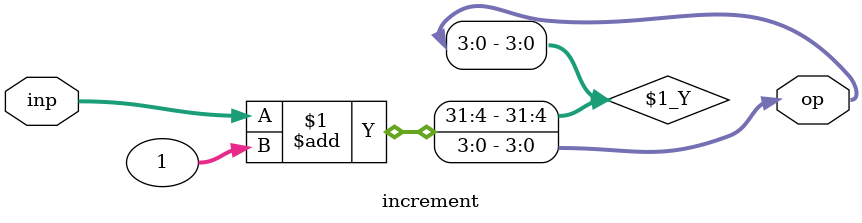
<source format=v>
`timescale 1ns / 1ps


module increment(
    input [3:0]inp,
    output [3:0]op
    );
    assign op=inp+1;
endmodule

</source>
